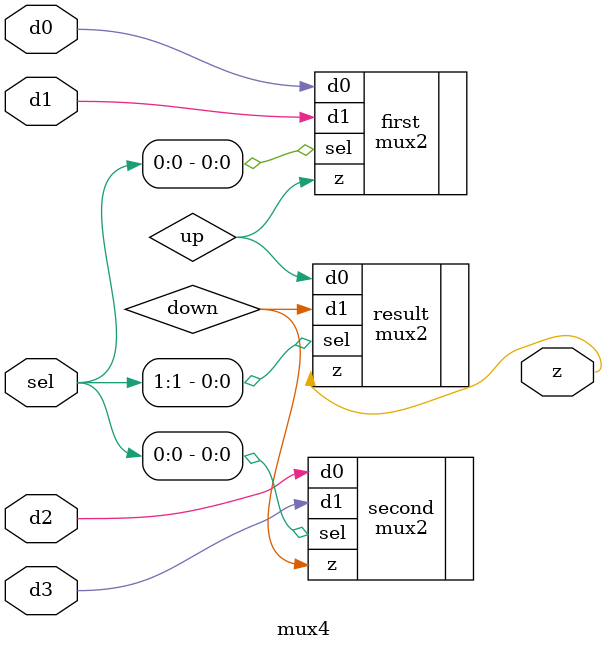
<source format=sv>
module mux4 (
    input logic d0,          // Data input 0
    input logic d1,          // Data input 1
    input logic d2,          // Data input 2
    input logic d3,          // Data input 3
    input logic [1:0] sel,   // Select input
    output logic z           // Output
);

logic up, down;
mux2 first (.d0(d0), .d1(d1), .sel(sel[0]), .z(up));
mux2 second (.d0(d2), .d1(d3), .sel(sel[0]), .z(down));
mux2 result (.d0(up), .d1(down), .sel(sel[1]), .z(z));

endmodule

</source>
